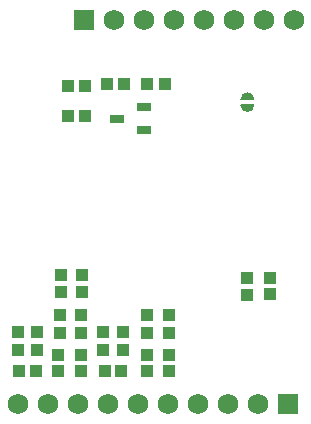
<source format=gbs>
G04*
G04 #@! TF.GenerationSoftware,Altium Limited,Altium Designer,20.2.6 (244)*
G04*
G04 Layer_Color=16711935*
%FSLAX25Y25*%
%MOIN*%
G70*
G04*
G04 #@! TF.SameCoordinates,AC53DD8C-A68E-409E-BB1C-E70DDFC25F91*
G04*
G04*
G04 #@! TF.FilePolarity,Negative*
G04*
G01*
G75*
%ADD18R,0.04343X0.03950*%
%ADD19C,0.06800*%
%ADD20R,0.06800X0.06800*%
%ADD31C,0.00500*%
%ADD32R,0.05013X0.02895*%
%ADD33R,0.03975X0.04202*%
%ADD34C,0.01800*%
%ADD35R,0.03950X0.04343*%
%ADD36R,0.04202X0.03975*%
G36*
X461000Y357500D02*
Y357102D01*
X461305Y356367D01*
X461867Y355804D01*
X462602Y355500D01*
X463398D01*
X464133Y355804D01*
X464696Y356367D01*
X465000Y357102D01*
Y357500D01*
D01*
X461000D01*
D02*
G37*
G36*
X465000Y359500D02*
Y359898D01*
X464696Y360633D01*
X464133Y361195D01*
X463398Y361500D01*
X462602D01*
X461867Y361195D01*
X461305Y360633D01*
X461000Y359898D01*
Y359500D01*
D01*
X465000D01*
D02*
G37*
D18*
X407895Y295245D02*
D03*
Y300756D02*
D03*
X400916D02*
D03*
Y295245D02*
D03*
X463000Y299756D02*
D03*
Y294245D02*
D03*
X470500Y294500D02*
D03*
Y300011D02*
D03*
X437000Y268744D02*
D03*
Y274255D02*
D03*
X429500Y268744D02*
D03*
Y274255D02*
D03*
X407500Y268744D02*
D03*
Y274255D02*
D03*
X400000Y268744D02*
D03*
Y274255D02*
D03*
D19*
X396408Y258000D02*
D03*
X386407D02*
D03*
X466407D02*
D03*
X456407D02*
D03*
X436407D02*
D03*
X426407D02*
D03*
X406407D02*
D03*
X446407D02*
D03*
D03*
X416407D02*
D03*
X468500Y386000D02*
D03*
X438500D02*
D03*
D03*
X478500D02*
D03*
X458500D02*
D03*
X448500D02*
D03*
X428500D02*
D03*
X418500D02*
D03*
D20*
X476407Y258000D02*
D03*
X408500Y386000D02*
D03*
D31*
X461000Y357500D02*
G03*
X465000Y357500I2000J0D01*
G01*
Y359500D02*
G03*
X461000Y359500I-2000J0D01*
G01*
Y357500D02*
X465000D01*
X461000Y359500D02*
X465000D01*
D32*
X419531Y353000D02*
D03*
X428468Y349260D02*
D03*
Y356740D02*
D03*
D33*
X416035Y364416D02*
D03*
X421966D02*
D03*
X429534D02*
D03*
X435465D02*
D03*
X403034Y354000D02*
D03*
X408965D02*
D03*
D34*
X463000Y356500D02*
D03*
Y360500D02*
D03*
D35*
X408755Y364000D02*
D03*
X403244D02*
D03*
X420888Y268817D02*
D03*
X415377D02*
D03*
X392388D02*
D03*
X386877D02*
D03*
D36*
X421500Y281965D02*
D03*
Y276034D02*
D03*
X415000Y281965D02*
D03*
Y276034D02*
D03*
X393000Y281965D02*
D03*
Y276034D02*
D03*
X386500Y281965D02*
D03*
Y276034D02*
D03*
X429500Y287466D02*
D03*
Y281535D02*
D03*
X400500Y287466D02*
D03*
Y281535D02*
D03*
X437000D02*
D03*
Y287466D02*
D03*
X407500Y281535D02*
D03*
Y287466D02*
D03*
M02*

</source>
